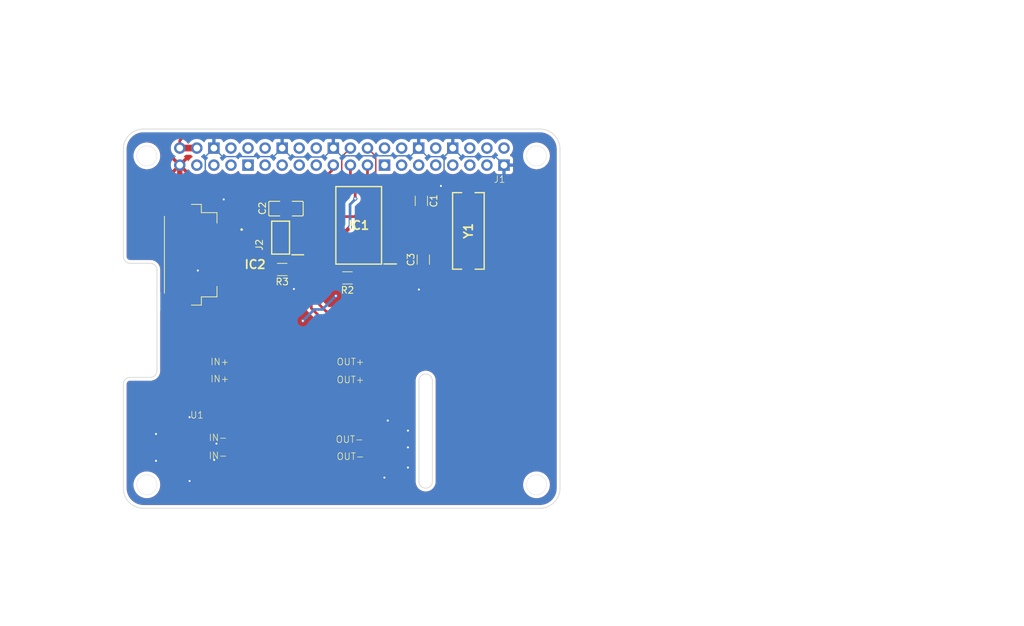
<source format=kicad_pcb>
(kicad_pcb (version 20241229) (generator "pcbnew") (generator_version "9.0")
  (layers (0 "F.Cu" signal) (2 "B.Cu" signal) (13 "F.Paste" user) (15 "B.Paste" user) (5 "F.SilkS" user "F.Silkscreen") (7 "B.SilkS" user "B.Silkscreen") (1 "F.Mask" user) (3 "B.Mask" user) (25 "Edge.Cuts" user))
  (net 0 "")
  (net 1 "+3.3V")
  (net 2 "GND")
  (net 3 "/P_CE0")
  (net 4 "/P25")
  (net 5 "/P_MISO")
  (net 6 "/P_SCK")
  (net 7 "/P_MOSI")
  (net 8 "/PI_CANL")
  (net 9 "/PI_CANH")
  (net 10 "/CAN_RXD")
  (net 11 "/CAN_TXD")
  (net 12 "/P_UART0_TX")
  (net 13 "/P_IO24")
  (net 14 "/P_CE1")
  (net 15 "/P_IO27")
  (net 16 "/P_IO6")
  (net 17 "/P_IO21")
  (net 18 "/P_IO13")
  (net 20 "/PI_SDA")
  (net 21 "/P_IO12")
  (net 22 "/P_IO26")
  (net 23 "+5V")
  (net 25 "/P_IO23")
  (net 26 "/P_IO5")
  (net 27 "/PI_SCL")
  (net 28 "/P_IO19")
  (net 29 "/P_IO4")
  (net 30 "/P_UART0_RX")
  (net 31 "/P_IO22")
  (net 33 "/P_IO16")
  (net 34 "/P_IO18")
  (net 36 "/P_IO20")
  (net 37 "/P_IO17")
  (net 39 "+12V")
  (net 44 "Net-(IC1-OSC2)")
  (net 47 "Net-(IC1-~{RESET})")
  (net 48 "Net-(IC1-OSC1)")
  (net 49 "Net-(IC2-RS)")
  (footprint "Capacitor_SMD:C_1206_3216Metric" (layer "F.Cu") (at 155.79 83.525 90)
    (property "Reference" "C3" (at 0 -1.85 90) (layer "F.SilkS"))
    (property "Value" "22pF")
    (fp_line (start -0.711252 -0.91) (end 0.711252 -0.91) (stroke (width 0.12)) (layer "F.SilkS"))
    (fp_line (start -0.711252 0.91) (end 0.711252 0.91) (stroke (width 0.12)) (layer "F.SilkS"))
    (pad "1" smd roundrect (at -1.475 0 90) (size 1.15 1.8) (layers "F.Cu" "F.Mask" "F.Paste") (roundrect_rratio 0.217391) (net 2 "GND"))
    (pad "2" smd roundrect (at 1.475 0 90) (size 1.15 1.8) (layers "F.Cu" "F.Mask" "F.Paste") (roundrect_rratio 0.217391) (net 44 "Net-(IC1-OSC2)"))
  )
  (footprint "CustomLibrary:SN65HVD230DR" (layer "F.Cu") (at 134.55 80.25 180)
    (property "Reference" "IC2" (at 3.8 -4 0) (layer "F.SilkS") (effects (font (size 1.27 1.27) (thickness 0.254))))
    (property "Value" "SN65HVD230DR" (hide yes))
    (fp_line (start 1.325 2.452) (end -1.325 2.452) (stroke (width 0.2)) (layer "F.SilkS"))
    (fp_line (start 1.325 -2.452) (end 1.325 2.452) (stroke (width 0.2)) (layer "F.SilkS"))
    (fp_line (start -1.325 2.452) (end -1.325 -2.452) (stroke (width 0.2)) (layer "F.SilkS"))
    (fp_line (start -1.325 -2.452) (end 1.325 -2.452) (stroke (width 0.2)) (layer "F.SilkS"))
    (fp_line (start -3.425 -2.555) (end -1.675 -2.555) (stroke (width 0.2)) (layer "F.SilkS"))
    (pad "1" smd rect (at -2.55 -1.905 270) (size 0.6 1.75) (layers "F.Cu" "F.Mask" "F.Paste") (net 11 "/CAN_TXD"))
    (pad "2" smd rect (at -2.55 -0.635 270) (size 0.6 1.75) (layers "F.Cu" "F.Mask" "F.Paste") (net 2 "GND"))
    (pad "3" smd rect (at -2.55 0.635 270) (size 0.6 1.75) (layers "F.Cu" "F.Mask" "F.Paste") (net 1 "+3.3V"))
    (pad "4" smd rect (at -2.55 1.905 270) (size 0.6 1.75) (layers "F.Cu" "F.Mask" "F.Paste") (net 10 "/CAN_RXD"))
    (pad "5" smd rect (at 2.55 1.905 270) (size 0.6 1.75) (layers "F.Cu" "F.Mask" "F.Paste"))
    (pad "6" smd rect (at 2.55 0.635 270) (size 0.6 1.75) (layers "F.Cu" "F.Mask" "F.Paste") (net 8 "/PI_CANL"))
    (pad "7" smd rect (at 2.55 -0.635 270) (size 0.6 1.75) (layers "F.Cu" "F.Mask" "F.Paste") (net 9 "/PI_CANH"))
    (pad "8" smd rect (at 2.55 -1.905 270) (size 0.6 1.75) (layers "F.Cu" "F.Mask" "F.Paste") (net 49 "Net-(IC2-RS)"))
  )
  (footprint "Capacitor_SMD:C_1206_3216Metric" (layer "F.Cu") (at 155.5 74.775 -90)
    (property "Reference" "C1" (at 0 -1.85 90) (layer "F.SilkS"))
    (property "Value" "22pF")
    (fp_line (start -0.711252 0.91) (end 0.711252 0.91) (stroke (width 0.12)) (layer "F.SilkS"))
    (fp_line (start -0.711252 -0.91) (end 0.711252 -0.91) (stroke (width 0.12)) (layer "F.SilkS"))
    (pad "1" smd roundrect (at -1.475 0 270) (size 1.15 1.8) (layers "F.Cu" "F.Mask" "F.Paste") (roundrect_rratio 0.217391) (net 2 "GND"))
    (pad "2" smd roundrect (at 1.475 0 270) (size 1.15 1.8) (layers "F.Cu" "F.Mask" "F.Paste") (roundrect_rratio 0.217391) (net 48 "Net-(IC1-OSC1)"))
  )
  (footprint "CustomLibrary:MCP2515T-ISO" (layer "F.Cu") (at 146.175 78.42 180)
    (property "Reference" "IC1" (at 0 0 0) (layer "F.SilkS") (effects (font (size 1.27 1.27) (thickness 0.254))))
    (property "Value" "MCP2515T-I_SO" (hide yes))
    (fp_line (start 3.4 5.775) (end -3.4 5.775) (stroke (width 0.2)) (layer "F.SilkS"))
    (fp_line (start 3.4 -5.775) (end 3.4 5.775) (stroke (width 0.2)) (layer "F.SilkS"))
    (fp_line (start -3.4 5.775) (end -3.4 -5.775) (stroke (width 0.2)) (layer "F.SilkS"))
    (fp_line (start -3.4 -5.775) (end 3.4 -5.775) (stroke (width 0.2)) (layer "F.SilkS"))
    (fp_line (start -5.6 -5.755) (end -3.75 -5.755) (stroke (width 0.2)) (layer "F.SilkS"))
    (pad "1" smd rect (at -4.675 -5.08 270) (size 0.65 1.85) (layers "F.Cu" "F.Mask" "F.Paste") (net 11 "/CAN_TXD"))
    (pad "2" smd rect (at -4.675 -3.81 270) (size 0.65 1.85) (layers "F.Cu" "F.Mask" "F.Paste") (net 10 "/CAN_RXD"))
    (pad "3" smd rect (at -4.675 -2.54 270) (size 0.65 1.85) (layers "F.Cu" "F.Mask" "F.Paste"))
    (pad "4" smd rect (at -4.675 -1.27 270) (size 0.65 1.85) (layers "F.Cu" "F.Mask" "F.Paste"))
    (pad "5" smd rect (at -4.675 0 270) (size 0.65 1.85) (layers "F.Cu" "F.Mask" "F.Paste"))
    (pad "6" smd rect (at -4.675 1.27 270) (size 0.65 1.85) (layers "F.Cu" "F.Mask" "F.Paste"))
    (pad "7" smd rect (at -4.675 2.54 270) (size 0.65 1.85) (layers "F.Cu" "F.Mask" "F.Paste") (net 44 "Net-(IC1-OSC2)"))
    (pad "8" smd rect (at -4.675 3.81 270) (size 0.65 1.85) (layers "F.Cu" "F.Mask" "F.Paste") (net 48 "Net-(IC1-OSC1)"))
    (pad "9" smd rect (at -4.675 5.08 270) (size 0.65 1.85) (layers "F.Cu" "F.Mask" "F.Paste") (net 2 "GND"))
    (pad "10" smd rect (at 4.675 5.08 270) (size 0.65 1.85) (layers "F.Cu" "F.Mask" "F.Paste"))
    (pad "11" smd rect (at 4.675 3.81 270) (size 0.65 1.85) (layers "F.Cu" "F.Mask" "F.Paste"))
    (pad "12" smd rect (at 4.675 2.54 270) (size 0.65 1.85) (layers "F.Cu" "F.Mask" "F.Paste") (net 4 "/P25"))
    (pad "13" smd rect (at 4.675 1.27 270) (size 0.65 1.85) (layers "F.Cu" "F.Mask" "F.Paste") (net 6 "/P_SCK"))
    (pad "14" smd rect (at 4.675 0 270) (size 0.65 1.85) (layers "F.Cu" "F.Mask" "F.Paste") (net 7 "/P_MOSI"))
    (pad "15" smd rect (at 4.675 -1.27 270) (size 0.65 1.85) (layers "F.Cu" "F.Mask" "F.Paste") (net 5 "/P_MISO"))
    (pad "16" smd rect (at 4.675 -2.54 270) (size 0.65 1.85) (layers "F.Cu" "F.Mask" "F.Paste") (net 3 "/P_CE0"))
    (pad "17" smd rect (at 4.675 -3.81 270) (size 0.65 1.85) (layers "F.Cu" "F.Mask" "F.Paste") (net 47 "Net-(IC1-~{RESET})"))
    (pad "18" smd rect (at 4.675 -5.08 270) (size 0.65 1.85) (layers "F.Cu" "F.Mask" "F.Paste") (net 1 "+3.3V"))
  )
  (footprint "CustomLibrary:HCM4912000000ABJT" (layer "F.Cu") (at 162.5 79.25 -90)
    (property "Reference" "Y1" (at 0 0 90) (layer "F.SilkS") (effects (font (size 1.27 1.27) (thickness 0.254))))
    (property "Value" "HCM4912000000ABJT" (hide yes))
    (fp_line (start -5.7 2.35) (end 5.7 2.35) (stroke (width 0.2)) (layer "F.SilkS"))
    (fp_line (start 5.7 2.35) (end 5.7 1) (stroke (width 0.2)) (layer "F.SilkS"))
    (fp_line (start -5.7 1) (end -5.7 2.35) (stroke (width 0.2)) (layer "F.SilkS"))
    (fp_line (start -5.7 -1) (end -5.7 -2.35) (stroke (width 0.2)) (layer "F.SilkS"))
    (fp_line (start -5.7 -2.35) (end -5.7 -2.35) (stroke (width 0.2)) (layer "F.SilkS"))
    (fp_line (start -5.7 -2.35) (end 5.7 -2.35) (stroke (width 0.2)) (layer "F.SilkS"))
    (fp_line (start 5.7 -2.35) (end 5.7 -1) (stroke (width 0.2)) (layer "F.SilkS"))
    (pad "1" smd rect (at -4.25 0) (size 1.5 5.5) (layers "F.Cu" "F.Mask" "F.Paste"))
    (pad "2" smd rect (at 4.25 0) (size 1.5 5.5) (layers "F.Cu" "F.Mask" "F.Paste") (net 44 "Net-(IC1-OSC2)"))
  )
  (footprint "easyeda2kicad:C1206" (layer "F.Cu") (at 135.35 75.93 180)
    (property "Reference" "C2" (at 3.51 0.04 90) (layer "F.SilkS"))
    (property "Value" "22uF" (hide yes))
    (fp_line (start 2.56 0.94) (end 2.56 -0.94) (stroke (width 0.15)) (layer "F.SilkS"))
    (fp_line (start 2.41 -1.09) (end 0.93 -1.09) (stroke (width 0.15)) (layer "F.SilkS"))
    (fp_line (start 0.93 1.09) (end 2.41 1.09) (stroke (width 0.15)) (layer "F.SilkS"))
    (fp_line (start -0.93 1.09) (end -2.41 1.09) (stroke (width 0.15)) (layer "F.SilkS"))
    (fp_line (start -2.41 -1.09) (end -0.93 -1.09) (stroke (width 0.15)) (layer "F.SilkS"))
    (fp_line (start -2.56 0.94) (end -2.56 -0.94) (stroke (width 0.15)) (layer "F.SilkS"))
    (fp_arc (start 2.56 0.94) (mid 2.516066 1.046066) (end 2.41 1.09) (stroke (width 0.15)) (layer "F.SilkS"))
    (fp_arc (start 2.41 -1.09) (mid 2.516066 -1.046066) (end 2.56 -0.94) (stroke (width 0.15)) (layer "F.SilkS"))
    (fp_arc (start -2.41 1.09) (mid -2.516066 1.046066) (end -2.56 0.94) (stroke (width 0.15)) (layer "F.SilkS"))
    (fp_arc (start -2.56 -0.94) (mid -2.516066 -1.046066) (end -2.41 -1.09) (stroke (width 0.15)) (layer "F.SilkS"))
    (pad "1" smd rect (at -1.59 0 180) (size 1.49 1.73) (layers "F.Cu" "F.Mask" "F.Paste") (net 1 "+3.3V"))
    (pad "2" smd rect (at 1.59 0 180) (size 1.49 1.73) (layers "F.Cu" "F.Mask" "F.Paste") (net 2 "GND"))
  )
  (footprint "Module:RPI_Hat_B+" (layer "F.Cu") (at 143.64 68.07)
    (property "Reference" "J1" (at 23.5 3.5 0) (layer "F.SilkS") (effects (font (thickness 0.1))))
    (property "Value" "RPi_GPIO")
    (fp_line (start -32.5 -1) (end -32.5 15) (stroke (width 0.1)) (layer "Edge.Cuts"))
    (fp_line (start -32.5 34) (end -32.5 49.5) (stroke (width 0.1)) (layer "Edge.Cuts"))
    (fp_line (start -31.5 16) (end -28.5 16) (stroke (width 0.1)) (layer "Edge.Cuts"))
    (fp_line (start -31.5 33) (end -28.5 33) (stroke (width 0.1)) (layer "Edge.Cuts"))
    (fp_line (start -29.5 -4) (end 29.5 -4) (stroke (width 0.1)) (layer "Edge.Cuts"))
    (fp_line (start -29.5 52.5) (end 29.5 52.5) (stroke (width 0.1)) (layer "Edge.Cuts"))
    (fp_line (start -27.5 17) (end -27.5 32) (stroke (width 0.1)) (layer "Edge.Cuts"))
    (fp_line (start 11.5 33.5) (end 11.5 48.5) (stroke (width 0.1)) (layer "Edge.Cuts"))
    (fp_line (start 13.5 33.5) (end 13.5 48.5) (stroke (width 0.1)) (layer "Edge.Cuts"))
    (fp_line (start 32.5 -1) (end 32.5 49.5) (stroke (width 0.1)) (layer "Edge.Cuts"))
    (fp_arc (start -32.5 -1) (mid -31.62132 -3.12132) (end -29.5 -4) (stroke (width 0.1)) (layer "Edge.Cuts"))
    (fp_arc (start -32.5 34) (mid -32.207107 33.292893) (end -31.5 33) (stroke (width 0.1)) (layer "Edge.Cuts"))
    (fp_arc (start -31.5 16) (mid -32.207107 15.707107) (end -32.5 15) (stroke (width 0.1)) (layer "Edge.Cuts"))
    (fp_arc (start -29.5 52.5) (mid -31.62132 51.62132) (end -32.5 49.5) (stroke (width 0.1)) (layer "Edge.Cuts"))
    (fp_arc (start -28.5 16) (mid -27.792893 16.292893) (end -27.5 17) (stroke (width 0.1)) (layer "Edge.Cuts"))
    (fp_arc (start -27.5 32) (mid -27.792893 32.707107) (end -28.5 33) (stroke (width 0.1)) (layer "Edge.Cuts"))
    (fp_arc (start 11.5 33.5) (mid 12.5 32.5) (end 13.5 33.5) (stroke (width 0.1)) (layer "Edge.Cuts"))
    (fp_arc (start 13.5 48.5) (mid 12.5 49.5) (end 11.5 48.5) (stroke (width 0.1)) (layer "Edge.Cuts"))
    (fp_arc (start 29.5 -4) (mid 31.62132 -3.12132) (end 32.5 -1) (stroke (width 0.1)) (layer "Edge.Cuts"))
    (fp_arc (start 32.5 49.5) (mid 31.62132 51.62132) (end 29.5 52.5) (stroke (width 0.1)) (layer "Edge.Cuts"))
    (fp_circle (center -29 0) (end -30.500001 -0.000001) (stroke (width 0.05)) (fill no) (layer "Edge.Cuts"))
    (fp_circle (center -29 49) (end -30.500001 49.000001) (stroke (width 0.05)) (fill no) (layer "Edge.Cuts"))
    (fp_circle (center 29 0) (end 30.500001 -0.000001) (stroke (width 0.05)) (fill no) (layer "Edge.Cuts"))
    (fp_circle (center 29 49) (end 30.500001 49.000001) (stroke (width 0.05)) (fill no) (layer "Edge.Cuts"))
    (pad "1" thru_hole circle (at -24.1 1.378 90) (size 1.7 1.7) (drill 1) (layers "*.Cu" "*.Mask") (net 1 "+3.3V"))
    (pad "2" thru_hole oval (at -24.1 -1.162 90) (size 1.7 1.7) (drill 1) (layers "*.Cu" "*.Mask") (net 23 "+5V"))
    (pad "3" thru_hole oval (at -21.56 1.378 90) (size 1.7 1.7) (drill 1) (layers "*.Cu" "*.Mask") (net 20 "/PI_SDA"))
    (pad "4" thru_hole oval (at -21.56 -1.162 90) (size 1.7 1.7) (drill 1) (layers "*.Cu" "*.Mask") (net 23 "+5V"))
    (pad "5" thru_hole oval (at -19.02 1.378 90) (size 1.7 1.7) (drill 1) (layers "*.Cu" "*.Mask") (net 27 "/PI_SCL"))
    (pad "6" thru_hole rect (at -19.02 -1.162 90) (size 1.7 1.7) (drill 1) (layers "*.Cu" "*.Mask") (net 2 "GND"))
    (pad "7" thru_hole oval (at -16.48 1.378 90) (size 1.7 1.7) (drill 1) (layers "*.Cu" "*.Mask") (net 29 "/P_IO4"))
    (pad "8" thru_hole oval (at -16.48 -1.162 90) (size 1.7 1.7) (drill 1) (layers "*.Cu" "*.Mask") (net 12 "/P_UART0_TX"))
    (pad "9" thru_hole rect (at -13.94 1.378 90) (size 1.7 1.7) (drill 1) (layers "*.Cu" "*.Mask"))
    (pad "10" thru_hole oval (at -13.94 -1.162 90) (size 1.7 1.7) (drill 1) (layers "*.Cu" "*.Mask") (net 30 "/P_UART0_RX"))
    (pad "11" thru_hole oval (at -11.4 1.378 90) (size 1.7 1.7) (drill 1) (layers "*.Cu" "*.Mask") (net 37 "/P_IO17"))
    (pad "12" thru_hole oval (at -11.4 -1.162 90) (size 1.7 1.7) (drill 1) (layers "*.Cu" "*.Mask") (net 34 "/P_IO18"))
    (pad "13" thru_hole oval (at -8.86 1.378 90) (size 1.7 1.7) (drill 1) (layers "*.Cu" "*.Mask") (net 15 "/P_IO27"))
    (pad "14" thru_hole rect (at -8.86 -1.162 90) (size 1.7 1.7) (drill 1) (layers "*.Cu" "*.Mask") (net 2 "GND"))
    (pad "15" thru_hole oval (at -6.32 1.378 90) (size 1.7 1.7) (drill 1) (layers "*.Cu" "*.Mask") (net 31 "/P_IO22"))
    (pad "16" thru_hole oval (at -6.32 -1.162 90) (size 1.7 1.7) (drill 1) (layers "*.Cu" "*.Mask") (net 25 "/P_IO23"))
    (pad "17" thru_hole oval (at -3.78 1.378 90) (size 1.7 1.7) (drill 1) (layers "*.Cu" "*.Mask"))
    (pad "18" thru_hole oval (at -3.78 -1.162 90) (size 1.7 1.7) (drill 1) (layers "*.Cu" "*.Mask") (net 13 "/P_IO24"))
    (pad "19" thru_hole oval (at -1.24 1.378 90) (size 1.7 1.7) (drill 1) (layers "*.Cu" "*.Mask") (net 7 "/P_MOSI"))
    (pad "20" thru_hole rect (at -1.24 -1.162 90) (size 1.7 1.7) (drill 1) (layers "*.Cu" "*.Mask") (net 2 "GND"))
    (pad "21" thru_hole oval (at 1.3 1.378 90) (size 1.7 1.7) (drill 1) (layers "*.Cu" "*.Mask") (net 5 "/P_MISO"))
    (pad "22" thru_hole oval (at 1.3 -1.162 90) (size 1.7 1.7) (drill 1) (layers "*.Cu" "*.Mask") (net 4 "/P25"))
    (pad "23" thru_hole oval (at 3.84 1.378 90) (size 1.7 1.7) (drill 1) (layers "*.Cu" "*.Mask") (net 6 "/P_SCK"))
    (pad "24" thru_hole oval (at 3.84 -1.162 90) (size 1.7 1.7) (drill 1) (layers "*.Cu" "*.Mask") (net 3 "/P_CE0"))
    (pad "25" thru_hole rect (at 6.38 1.378 90) (size 1.7 1.7) (drill 1) (layers "*.Cu" "*.Mask"))
    (pad "26" thru_hole oval (at 6.38 -1.162 90) (size 1.7 1.7) (drill 1) (layers "*.Cu" "*.Mask") (net 14 "/P_CE1"))
    (pad "27" thru_hole oval (at 8.92 1.378 90) (size 1.7 1.7) (drill 1) (layers "*.Cu" "*.Mask"))
    (pad "28" thru_hole oval (at 8.92 -1.162 90) (size 1.7 1.7) (drill 1) (layers "*.Cu" "*.Mask"))
    (pad "29" thru_hole oval (at 11.46 1.378 90) (size 1.7 1.7) (drill 1) (layers "*.Cu" "*.Mask") (net 26 "/P_IO5"))
    (pad "30" thru_hole rect (at 11.46 -1.162 90) (size 1.7 1.7) (drill 1) (layers "*.Cu" "*.Mask") (net 2 "GND"))
    (pad "31" thru_hole oval (at 14 1.378 90) (size 1.7 1.7) (drill 1) (layers "*.Cu" "*.Mask") (net 16 "/P_IO6"))
    (pad "32" thru_hole oval (at 14 -1.162 90) (size 1.7 1.7) (drill 1) (layers "*.Cu" "*.Mask") (net 21 "/P_IO12"))
    (pad "33" thru_hole oval (at 16.54 1.378 90) (size 1.7 1.7) (drill 1) (layers "*.Cu" "*.Mask") (net 18 "/P_IO13"))
    (pad "34" thru_hole rect (at 16.54 -1.162 90) (size 1.7 1.7) (drill 1) (layers "*.Cu" "*.Mask") (net 2 "GND"))
    (pad "35" thru_hole oval (at 19.08 1.378 90) (size 1.7 1.7) (drill 1) (layers "*.Cu" "*.Mask") (net 28 "/P_IO19"))
    (pad "36" thru_hole oval (at 19.08 -1.162 90) (size 1.7 1.7) (drill 1) (layers "*.Cu" "*.Mask") (net 33 "/P_IO16"))
    (pad "37" thru_hole oval (at 21.62 1.378 90) (size 1.7 1.7) (drill 1) (layers "*.Cu" "*.Mask") (net 22 "/P_IO26"))
    (pad "38" thru_hole oval (at 21.62 -1.162 90) (size 1.7 1.7) (drill 1) (layers "*.Cu" "*.Mask") (net 36 "/P_IO20"))
    (pad "39" thru_hole rect (at 24.16 1.378 90) (size 1.7 1.7) (drill 1) (layers "*.Cu" "*.Mask") (net 2 "GND"))
    (pad "40" thru_hole oval (at 24.16 -1.162 90) (size 1.7 1.7) (drill 1) (layers "*.Cu" "*.Mask") (net 17 "/P_IO21"))
  )
  (footprint "Connector_JST:JST_S4B-XH-SM4-TB" (layer "F.Cu") (at 119 82.8 -90)
    (property "Reference" "J2" (at -1.475 -12.385 90) (layer "F.SilkS"))
    (property "Value" "S4B-XH-SM4-TB")
    (fp_line (start -5.73 1.75) (end 5.73 1.75) (stroke (width 0.127)) (layer "F.SilkS"))
    (fp_line (start -7.5 -2.27) (end -7.5 -3.75) (stroke (width 0.127)) (layer "F.SilkS"))
    (fp_line (start -7.5 -3.75) (end -6.275 -3.75) (stroke (width 0.127)) (layer "F.SilkS"))
    (fp_line (start -6.275 -3.75) (end -6.275 -6.08) (stroke (width 0.127)) (layer "F.SilkS"))
    (fp_line (start 6.275 -3.75) (end 7.5 -3.75) (stroke (width 0.127)) (layer "F.SilkS"))
    (fp_line (start 7.5 -3.75) (end 7.5 -2.27) (stroke (width 0.127)) (layer "F.SilkS"))
    (fp_line (start -6.275 -6.08) (end -4.72 -6.08) (stroke (width 0.127)) (layer "F.SilkS"))
    (fp_line (start 4.72 -6.08) (end 6.275 -6.08) (stroke (width 0.127)) (layer "F.SilkS"))
    (fp_line (start 6.275 -6.08) (end 6.275 -3.75) (stroke (width 0.127)) (layer "F.SilkS"))
    (fp_circle (center -3.75 -9.75) (end -3.65 -9.75) (stroke (width 0.2)) (fill no) (layer "F.SilkS"))
    (pad "1" smd rect (at -3.75 -6.8 270) (size 1.3 4.5) (layers "F.Cu" "F.Mask" "F.Paste") (net 8 "/PI_CANL"))
    (pad "2" smd rect (at -1.25 -6.8 270) (size 1.3 4.5) (layers "F.Cu" "F.Mask" "F.Paste") (net 9 "/PI_CANH"))
    (pad "3" smd rect (at 1.25 -6.8 270) (size 1.3 4.5) (layers "F.Cu" "F.Mask" "F.Paste") (net 2 "GND"))
    (pad "4" smd rect (at 3.75 -6.8 270) (size 1.3 4.5) (layers "F.Cu" "F.Mask" "F.Paste") (net 39 "+12V"))
    (pad "SH1" smd rect (at -6.95 0 270) (size 1.8 3.9) (layers "F.Cu" "F.Mask" "F.Paste"))
    (pad "SH2" smd rect (at 6.95 0 270) (size 1.8 3.9) (layers "F.Cu" "F.Mask" "F.Paste"))
  )
  (footprint "Resistor_SMD:R_1206_3216Metric" (layer "F.Cu") (at 134.7875 85 180)
    (property "Reference" "R3" (at 0 -1.83 0) (layer "F.SilkS"))
    (property "Value" "1k")
    (fp_line (start -0.727064 0.91) (end 0.727064 0.91) (stroke (width 0.12)) (layer "F.SilkS"))
    (fp_line (start -0.727064 -0.91) (end 0.727064 -0.91) (stroke (width 0.12)) (layer "F.SilkS"))
    (pad "1" smd roundrect (at -1.4625 0 180) (size 1.125 1.75) (layers "F.Cu" "F.Mask" "F.Paste") (roundrect_rratio 0.222222) (net 2 "GND"))
    (pad "2" smd roundrect (at 1.4625 0 180) (size 1.125 1.75) (layers "F.Cu" "F.Mask" "F.Paste") (roundrect_rratio 0.222222) (net 49 "Net-(IC2-RS)"))
  )
  (footprint "Converter_DCDC:AmazonBuckConverter" (layer "F.Cu") (at 122.26 117.88)
    (property "Reference" "U1" (at -0.17 -11.2 0) (layer "F.SilkS") (effects (font (thickness 0.1))))
    (property "Value" "Amazon Buck Converter")
    (fp_text user "OUT+" (at 20.574 -15.875 0) (layer "F.SilkS") (effects (font (thickness 0.1)) (justify left bottom)))
    (fp_text user "OUT-" (at 20.447 -6.985 0) (layer "F.SilkS") (effects (font (thickness 0.1)) (justify left bottom)))
    (fp_text user "IN-" (at 1.524 -4.572 0) (layer "F.SilkS") (effects (font (thickness 0.1)) (justify left bottom)))
    (fp_text user "IN+" (at 1.778 -16.002 0) (layer "F.SilkS") (effects (font (thickness 0.1)) (justify left bottom)))
    (fp_text user "OUT-" (at 20.574 -4.445 0) (layer "F.SilkS") (effects (font (thickness 0.1)) (justify left bottom)))
    (fp_text user "IN+" (at 1.778 -18.542 0) (layer "F.SilkS") (effects (font (thickness 0.1)) (justify left bottom)))
    (fp_text user "OUT+" (at 20.574 -18.542 0) (layer "F.SilkS") (effects (font (thickness 0.1)) (justify left bottom)))
    (fp_text user "IN-" (at 1.524 -7.239 0) (layer "F.SilkS") (effects (font (thickness 0.1)) (justify left bottom)))
    (pad "1" smd oval (at -2.54 -19.08 90) (size 2 3) (layers "F.Cu" "F.Mask" "F.Paste") (net 39 "+12V"))
    (pad "1" smd oval (at -2.54 -16.54 90) (size 2 3) (layers "F.Cu" "F.Mask" "F.Paste") (net 39 "+12V"))
    (pad "1" smd circle (at 0 -19.08 90) (size 2 2) (layers "F.Cu" "F.Mask" "F.Paste") (net 39 "+12V"))
    (pad "1" smd circle (at 0 -16.54 90) (size 2 2) (layers "F.Cu" "F.Mask" "F.Paste") (net 39 "+12V"))
    (pad "2" smd oval (at -2.54 -7.62 90) (size 2 3) (layers "F.Cu" "F.Mask" "F.Paste") (net 2 "GND"))
    (pad "2" smd oval (at -2.54 -5.08 90) (size 2 3) (layers "F.Cu" "F.Mask" "F.Paste") (net 2 "GND"))
    (pad "2" smd circle (at 0 -7.62 90) (size 2 2) (layers "F.Cu" "F.Mask" "F.Paste") (net 2 "GND"))
    (pad "2" smd circle (at 0 -5.08 90) (size 2 2) (layers "F.Cu" "F.Mask" "F.Paste") (net 2 "GND"))
    (pad "3" smd circle (at 26 -7.62 90) (size 2 2) (layers "F.Cu" "F.Mask" "F.Paste") (net 2 "GND"))
    (pad "3" smd circle (at 26 -5.08 90) (size 2 2) (layers "F.Cu" "F.Mask" "F.Paste") (net 2 "GND"))
    (pad "3" smd oval (at 28.54 -7.62 90) (size 2 3) (layers "F.Cu" "F.Mask" "F.Paste") (net 2 "GND"))
    (pad "3" smd oval (at 28.54 -5.08 90) (size 2 3) (layers "F.Cu" "F.Mask" "F.Paste") (net 2 "GND"))
    (pad "4" smd circle (at 26 -19.08 90) (size 2 2) (layers "F.Cu" "F.Mask" "F.Paste") (net 23 "+5V"))
    (pad "4" smd circle (at 26 -16.54 90) (size 2 2) (layers "F.Cu" "F.Mask" "F.Paste") (net 23 "+5V"))
    (pad "4" smd oval (at 28.54 -19.08 90) (size 2 3) (layers "F.Cu" "F.Mask" "F.Paste") (net 23 "+5V"))
    (pad "4" smd oval (at 28.54 -16.54 90) (size 2 3) (layers "F.Cu" "F.Mask" "F.Paste") (net 23 "+5V"))
  )
  (footprint "Resistor_SMD:R_1206_3216Metric" (layer "F.Cu") (at 144.5 86.25 180)
    (property "Reference" "R2" (at 0 -1.83 0) (layer "F.SilkS"))
    (property "Value" "10k")
    (fp_line (start -0.727064 0.91) (end 0.727064 0.91) (stroke (width 0.12)) (layer "F.SilkS"))
    (fp_line (start -0.727064 -0.91) (end 0.727064 -0.91) (stroke (width 0.12)) (layer "F.SilkS"))
    (pad "1" smd roundrect (at -1.4625 0 180) (size 1.125 1.75) (layers "F.Cu" "F.Mask" "F.Paste") (roundrect_rratio 0.222222) (net 47 "Net-(IC1-~{RESET})"))
    (pad "2" smd roundrect (at 1.4625 0 180) (size 1.125 1.75) (layers "F.Cu" "F.Mask" "F.Paste") (roundrect_rratio 0.222222) (net 1 "+3.3V"))
  )
  (segment (start 119.54 70.97) (end 120.86 72.29) (width 0.8) (layer "F.Cu") (net 1))
  (segment (start 120.86 72.29) (end 134.54 72.29) (width 0.8) (layer "F.Cu") (net 1))
  (segment (start 134.76 90.72) (end 134.76 80.48) (width 0.3) (layer "F.Cu") (net 1))
  (segment (start 143.12 88.59) (end 143.12 86.15) (width 0.8) (layer "F.Cu") (net 1))
  (segment (start 135.92 75.93) (end 136.94 75.93) (width 0.4) (layer "F.Cu") (net 1))
  (segment (start 141.54 85.44) (end 142.25 86.15) (width 0.4) (layer "F.Cu") (net 1))
  (segment (start 142.25 86.15) (end 143.12 86.15) (width 0.4) (layer "F.Cu") (net 1))
  (segment (start 142.78 88.93) (end 143.12 88.59) (width 0.8) (layer "F.Cu") (net 1))
  (segment (start 135.58 79.66) (end 137.71 79.66) (width 0.3) (layer "F.Cu") (net 1))
  (segment (start 135.57 79.31) (end 135.57 76.28) (width 0.4) (layer "F.Cu") (net 1))
  (segment (start 141.54 83.47) (end 141.54 85.44) (width 0.4) (layer "F.Cu") (net 1))
  (segment (start 135.57 76.28) (end 135.92 75.93) (width 0.4) (layer "F.Cu") (net 1))
  (segment (start 134.54 72.29) (end 136.94 74.69) (width 0.8) (layer "F.Cu") (net 1))
  (segment (start 119.54 69.448) (end 119.54 70.97) (width 0.8) (layer "F.Cu") (net 1))
  (segment (start 134.76 80.48) (end 135.58 79.66) (width 0.3) (layer "F.Cu") (net 1))
  (segment (start 137.86 92.65) (end 136.69 92.65) (width 0.3) (layer "F.Cu") (net 1))
  (segment (start 137.71 79.66) (end 135.92 79.66) (width 0.4) (layer "F.Cu") (net 1))
  (segment (start 136.94 74.69) (end 136.94 75.93) (width 0.8) (layer "F.Cu") (net 1))
  (segment (start 135.92 79.66) (end 135.57 79.31) (width 0.4) (layer "F.Cu") (net 1))
  (segment (start 136.69 92.65) (end 134.76 90.72) (width 0.3) (layer "F.Cu") (net 1))
  (via (at 137.86 92.65) (size 0.6) (drill 0.3) (layers "F.Cu" "B.Cu") (net 1))
  (via (at 142.78 88.93) (size 0.6) (drill 0.3) (layers "F.Cu" "B.Cu") (net 1))
  (segment (start 139.56 90.95) (end 140.76 90.95) (width 0.4) (layer "B.Cu") (net 1))
  (segment (start 140.76 90.95) (end 142.78 88.93) (width 0.4) (layer "B.Cu") (net 1))
  (segment (start 137.86 92.65) (end 139.56 90.95) (width 0.4) (layer "B.Cu") (net 1))
  (segment (start 152.18 110.32) (end 153.5 109) (width 0.5) (layer "F.Cu") (net 2))
  (segment (start 123.26 84.12) (end 123.015 84.365) (width 0.4) (layer "F.Cu") (net 2))
  (segment (start 150.87 110.32) (end 152.18 110.32) (width 0.5) (layer "F.Cu") (net 2))
  (segment (start 155.67 73.24) (end 157.72 73.24) (width 0.2) (layer "F.Cu") (net 2))
  (segment (start 135.8925 84.9625) (end 136.55 84.9625) (width 0.3) (layer "F.Cu") (net 2))
  (segment (start 133.76 75.93) (end 129.42 75.93) (width 0.4) (layer "F.Cu") (net 2))
  (segment (start 122.33 110.32) (end 124.38 110.32) (width 0.2) (layer "F.Cu") (net 2))
  (segment (start 150.87 112.86) (end 148.33 112.86) (width 0.2) (layer "F.Cu") (net 2))
  (segment (start 116.82 110.32) (end 116 109.5) (width 0.5) (layer "F.Cu") (net 2))
  (segment (start 155.13 87.98) (end 155.24 87.98) (width 0.2) (layer "F.Cu") (net 2))
  (segment (start 126.61 84.12) (end 123.51 84.12) (width 0.4) (layer "F.Cu") (net 2))
  (segment (start 150.87 107.87) (end 150.5 107.5) (width 0.5) (layer "F.Cu") (net 2))
  (segment (start 129.42 75.93) (end 128.05 74.56) (width 0.4) (layer "F.Cu") (net 2))
  (segment (start 122.33 110.32) (end 119.79 110.32) (width 0.2) (layer "F.Cu") (net 2))
  (segment (start 122.33 112.86) (end 124.16 112.86) (width 0.2) (layer "F.Cu") (net 2))
  (segment (start 151.14 73.31) (end 155.6 73.31) (width 0.4) (layer "F.Cu") (net 2))
  (segment (start 123.015 84.365) (end 122.23 85.15) (width 0.4) (layer "F.Cu") (net 2))
  (segment (start 123.51 84.12) (end 123.26 84.12) (width 0.4) (layer "F.Cu") (net 2))
  (segment (start 157.72 73.24) (end 158.41 72.55) (width 0.2) (layer "F.Cu") (net 2))
  (segment (start 155.79 85.12) (end 155.76 85.09) (width 0.2) (layer "F.Cu") (net 2))
  (segment (start 119.79 110.32) (end 119.79 108.21) (width 0.5) (layer "F.Cu") (net 2))
  (segment (start 152.32 110.32) (end 153.5 111.5) (width 0.5) (layer "F.Cu") (net 2))
  (segment (start 137.71 80.92) (end 135.91 80.92) (width 0.3) (layer "F.Cu") (net 2))
  (segment (start 122.33 112.86) (end 119.79 112.86) (width 0.2) (layer "F.Cu") (net 2))
  (segment (start 124.38 110.32) (end 125 110.94) (width 0.2) (layer "F.Cu") (net 2))
  (segment (start 135.91 80.92) (end 135.7 81.13) (width 0.3) (layer "F.Cu") (net 2))
  (segment (start 151.86 112.86) (end 153.5 114.5) (width 0.5) (layer "F.Cu") (net 2))
  (segment (start 116.64 112.86) (end 116 113.5) (width 0.5) (layer "F.Cu") (net 2))
  (segment (start 155.79 87.43) (end 155.79 85.12) (width 0.5) (layer "F.Cu") (net 2))
  (segment (start 136.55 87.88) (end 136.53 87.9) (width 0.2) (layer "F.Cu") (net 2))
  (segment (start 150.87 110.32) (end 152.32 110.32) (width 0.5) (layer "F.Cu") (net 2))
  (segment (start 135.7 84.77) (end 135.8925 84.9625) (width 0.3) (layer "F.Cu") (net 2))
  (segment (start 155.24 87.98) (end 155.79 87.43) (width 0.5) (layer "F.Cu") (net 2))
  (segment (start 119.79 110.32) (end 116.82 110.32) (width 0.5) (layer "F.Cu") (net 2))
  (segment (start 119.79 108.21) (end 121 107) (width 0.5) (layer "F.Cu") (net 2))
  (segment (start 150.87 110.32) (end 148.33 110.32) (width 0.2) (layer "F.Cu") (net 2))
  (segment (start 124.16 112.86) (end 124.66 113.36) (width 0.2) (layer "F.Cu") (net 2))
  (segment (start 128.05 74.56) (end 126.08 74.56) (width 0.4) (layer "F.Cu") (net 2))
  (segment (start 155.6 73.31) (end 155.67 73.24) (width 0.2) (layer "F.Cu") (net 2))
  (segment (start 119.79 112.86) (end 119.79 115.29) (width 0.5) (layer "F.Cu") (net 2))
  (segment (start 150.87 112.86) (end 150.87 115.13) (width 0.5) (layer "F.Cu") (net 2))
  (segment (start 150.87 115.13) (end 150 116) (width 0.5) (layer "F.Cu") (net 2))
  (segment (start 119.79 115.29) (end 121 116.5) (width 0.5) (layer "F.Cu") (net 2))
  (segment (start 119.79 112.86) (end 116.64 112.86) (width 0.5) (layer "F.Cu") (net 2))
  (segment (start 136.55 84.9625) (end 136.55 87.88) (width 0.5) (layer "F.Cu") (net 2))
  (segment (start 135.7 81.13) (end 135.7 84.77) (width 0.3) (layer "F.Cu") (net 2))
  (segment (start 150.87 112.86) (end 151.86 112.86) (width 0.5) (layer "F.Cu") (net 2))
  (segment (start 150.87 110.32) (end 150.87 107.87) (width 0.5) (layer "F.Cu") (net 2))
  (via (at 122.23 85.15) (size 0.6) (drill 0.3) (layers "F.Cu" "B.Cu") (net 2))
  (via (at 150.5 107.5) (size 0.6) (drill 0.3) (layers "F.Cu" "B.Cu") (net 2))
  (via (at 116 109.5) (size 0.6) (drill 0.3) (layers "F.Cu" "B.Cu") (net 2))
  (via (at 124.66 113.36) (size 0.6) (drill 0.3) (layers "F.Cu" "B.Cu") (net 2))
  (via (at 158.41 72.55) (size 0.6) (drill 0.3) (layers "F.Cu" "B.Cu") (net 2))
  (via (at 126.08 74.56) (size 0.6) (drill 0.3) (layers "F.Cu" "B.Cu") (net 2))
  (via (at 153.5 114.5) (size 0.6) (drill 0.3) (layers "F.Cu" "B.Cu") (net 2))
  (via (at 136.53 87.9) (size 0.6) (drill 0.3) (layers "F.Cu" "B.Cu") (net 2))
  (via (at 153.5 111.5) (size 0.6) (drill 0.3) (layers "F.Cu" "B.Cu") (net 2))
  (via (at 121 116.5) (size 0.6) (drill 0.3) (layers "F.Cu" "B.Cu") (net 2))
  (via (at 121 107) (size 0.6) (drill 0.3) (layers "F.Cu" "B.Cu") (net 2))
  (via (at 153.5 109) (size 0.6) (drill 0.3) (layers "F.Cu" "B.Cu") (net 2))
  (via (at 155.13 87.98) (size 0.6) (drill 0.3) (layers "F.Cu" "B.Cu") (net 2))
  (via (at 116 113.5) (size 0.6) (drill 0.3) (layers "F.Cu" "B.Cu") (net 2))
  (via (at 150 116) (size 0.6) (drill 0.3) (layers "F.Cu" "B.Cu") (net 2))
  (via (at 125 110.94) (size 0.6) (drill 0.3) (layers "F.Cu" "B.Cu") (net 2))
  (segment (start 124.62 66.908) (end 125.892 68.18) (width 0.2) (layer "B.Cu") (net 2))
  (segment (start 158.898 68.19) (end 160.18 66.908) (width 0.2) (layer "B.Cu") (net 2))
  (segment (start 134.78 66.908) (end 136.112 68.24) (width 0.2) (layer "B.Cu") (net 2))
  (segment (start 153.949 68.059) (end 155.1 66.908) (width 0.2) (layer "B.Cu") (net 2))
  (segment (start 143.551 68.059) (end 153.949 68.059) (width 0.2) (layer "B.Cu") (net 2))
  (segment (start 142.4 66.908) (end 143.551 68.059) (width 0.2) (layer "B.Cu") (net 2))
  (segment (start 155.1 66.908) (end 156.382 68.19) (width 0.2) (layer "B.Cu") (net 2))
  (segment (start 141.068 68.24) (end 142.4 66.908) (width 0.2) (layer "B.Cu") (net 2))
  (segment (start 161.462 68.19) (end 166.542 68.19) (width 0.2) (layer "B.Cu") (net 2))
  (segment (start 136.112 68.24) (end 141.068 68.24) (width 0.2) (layer "B.Cu") (net 2))
  (segment (start 158.88 72.08) (end 158.41 72.55) (width 0.2) (layer "B.Cu") (net 2))
  (segment (start 124.62 66.908) (end 123.34 68.188) (width 0.2) (layer "B.Cu") (net 2))
  (segment (start 160.18 66.908) (end 158.88 68.208) (width 0.2) (layer "B.Cu") (net 2))
  (segment (start 133.508 68.18) (end 134.78 66.908) (width 0.2) (layer "B.Cu") (net 2))
  (segment (start 166.542 68.19) (end 167.8 69.448) (width 0.2) (layer "B.Cu") (net 2))
  (segment (start 125.892 68.18) (end 133.508 68.18) (width 0.2) (layer "B.Cu") (net 2))
  (segment (start 160.18 66.908) (end 161.462 68.19) (width 0.2) (layer "B.Cu") (net 2))
  (segment (start 123.34 71.82) (end 126.08 74.56) (width 0.2) (layer "B.Cu") (net 2))
  (segment (start 123.34 68.188) (end 123.34 71.82) (width 0.2) (layer "B.Cu") (net 2))
  (segment (start 156.382 68.19) (end 158.898 68.19) (width 0.2) (layer "B.Cu") (net 2))
  (segment (start 158.88 68.208) (end 158.88 72.08) (width 0.2) (layer "B.Cu") (net 2))
  (segment (start 148.72 78.358) (end 148.72 68.148) (width 0.2) (layer "F.Cu") (net 3))
  (segment (start 146.27 80.93) (end 148.781 78.419) (width 0.5) (layer "F.Cu") (net 3))
  (segment (start 141.54 80.93) (end 146.27 80.93) (width 0.5) (layer "F.Cu") (net 3))
  (segment (start 148.72 68.148) (end 147.48 66.908) (width 0.2) (layer "F.Cu") (net 3))
  (segment (start 148.781 78.419) (end 148.72 78.358) (width 0.2) (layer "F.Cu") (net 3))
  (segment (start 143.639 75.281) (end 143.639 74.711108) (width 0.5) (layer "F.Cu") (net 4))
  (segment (start 141.54 75.85) (end 143.07 75.85) (width 0.5) (layer "F.Cu") (net 4))
  (segment (start 143.65 68.198) (end 144.94 66.908) (width 0.2) (layer "F.Cu") (net 4))
  (segment (start 143.07 75.85) (end 143.639 75.281) (width 0.5) (layer "F.Cu") (net 4))
  (segment (start 143.639 74.711108) (end 143.65 74.700108) (width 0.2) (layer "F.Cu") (net 4))
  (segment (start 143.65 74.700108) (end 143.65 68.198) (width 0.2) (layer "F.Cu") (net 4))
  (segment (start 144.885 78.685) (end 143.91 79.66) (width 0.6) (layer "F.Cu") (net 5))
  (segment (start 143.91 79.66) (end 141.54 79.66) (width 0.6) (layer "F.Cu") (net 5))
  (segment (start 145.65 72.98) (end 144.94 72.27) (width 0.4) (layer "F.Cu") (net 5))
  (segment (start 144.94 72.27) (end 144.94 69.448) (width 0.4) (layer "F.Cu") (net 5))
  (segment (start 145.67 74.44) (end 145.65 74.42) (width 0.4) (layer "F.Cu") (net 5))
  (segment (start 145.65 74.42) (end 145.65 72.98) (width 0.4) (layer "F.Cu") (net 5))
  (via (at 144.885 78.685) (size 0.6) (drill 0.3) (layers "F.Cu" "B.Cu") (net 5))
  (via (at 145.67 74.44) (size 0.6) (drill 0.3) (layers "F.Cu" "B.Cu") (net 5))
  (segment (start 145.67 74.44) (end 145.67 74.52) (width 0.2) (layer "B.Cu") (net 5))
  (segment (start 145.67 74.52) (end 144.885 75.305) (width 0.4) (layer "B.Cu") (net 5))
  (segment (start 144.885 75.305) (end 144.885 78.685) (width 0.4) (layer "B.Cu") (net 5))
  (segment (start 145.56 77.12) (end 147.48 75.2) (width 0.4) (layer "F.Cu") (net 6))
  (segment (start 141.54 77.12) (end 145.56 77.12) (width 0.4) (layer "F.Cu") (net 6))
  (segment (start 147.48 75.2) (end 147.48 69.448) (width 0.4) (layer "F.Cu") (net 6))
  (segment (start 139.65 77.77) (end 140.27 78.39) (width 0.4) (layer "F.Cu") (net 7))
  (segment (start 139.65 72.77) (end 139.65 77.77) (width 0.4) (layer "F.Cu") (net 7))
  (segment (start 140.27 78.39) (end 141.54 78.39) (width 0.4) (layer "F.Cu") (net 7))
  (segment (start 142.4 70.02) (end 139.65 72.77) (width 0.4) (layer "F.Cu") (net 7))
  (segment (start 142.4 69.448) (end 142.4 70.02) (width 0.4) (layer "F.Cu") (net 7))
  (segment (start 129.79 79.12) (end 126.61 79.12) (width 0.5) (layer "F.Cu") (net 8))
  (segment (start 130.33 79.66) (end 129.79 79.12) (width 0.5) (layer "F.Cu") (net 8))
  (segment (start 132.17 79.66) (end 130.33 79.66) (width 0.5) (layer "F.Cu") (net 8))
  (segment (start 129.91 81.62) (end 126.61 81.62) (width 0.5) (layer "F.Cu") (net 9))
  (segment (start 132.17 80.92) (end 130.61 80.92) (width 0.5) (layer "F.Cu") (net 9))
  (segment (start 130.61 80.92) (end 129.91 81.62) (width 0.5) (layer "F.Cu") (net 9))
  (segment (start 139.49 78.98) (end 139.49 85.2129) (width 0.4) (layer "F.Cu") (net 10))
  (segment (start 139.49 85.2129) (end 140.16 85.8829) (width 0.4) (layer "F.Cu") (net 10))
  (segment (start 146.41 91.29) (end 147.82 89.88) (width 0.4) (layer "F.Cu") (net 10))
  (segment (start 141.38 91.29) (end 146.41 91.29) (width 0.4) (layer "F.Cu") (net 10))
  (segment (start 149.39 82.2) (end 151.14 82.2) (width 0.4) (layer "F.Cu") (net 10))
  (segment (start 137.71 78.39) (end 138.9 78.39) (width 0.4) (layer "F.Cu") (net 10))
  (segment (start 147.82 83.77) (end 149.39 82.2) (width 0.4) (layer "F.Cu") (net 10))
  (segment (start 147.82 89.88) (end 147.82 83.77) (width 0.4) (layer "F.Cu") (net 10))
  (segment (start 138.9 78.39) (end 139.49 78.98) (width 0.4) (layer "F.Cu") (net 10))
  (segment (start 140.16 85.8829) (end 140.16 90.07) (width 0.4) (layer "F.Cu") (net 10))
  (segment (start 140.16 90.07) (end 141.38 91.29) (width 0.4) (layer "F.Cu") (net 10))
  (segment (start 149.19 83.82) (end 149.19 90.29) (width 0.4) (layer "F.Cu") (net 11))
  (segment (start 139.12 90.76) (end 139.12 86.31) (width 0.4) (layer "F.Cu") (net 11))
  (segment (start 151.14 83.47) (end 149.54 83.47) (width 0.4) (layer "F.Cu") (net 11))
  (segment (start 140.6 92.24) (end 139.12 90.76) (width 0.4) (layer "F.Cu") (net 11))
  (segment (start 149.54 83.47) (end 149.19 83.82) (width 0.4) (layer "F.Cu") (net 11))
  (segment (start 138.05 85.24) (end 138.05 82.54) (width 0.4) (layer "F.Cu") (net 11))
  (segment (start 149.19 90.29) (end 147.24 92.24) (width 0.4) (layer "F.Cu") (net 11))
  (segment (start 138.05 82.54) (end 137.71 82.2) (width 0.4) (layer "F.Cu") (net 11))
  (segment (start 147.24 92.24) (end 140.6 92.24) (width 0.4) (layer "F.Cu") (net 11))
  (segment (start 139.12 86.31) (end 138.05 85.24) (width 0.4) (layer "F.Cu") (net 11))
  (segment (start 153.28 98.86) (end 150.87 98.86) (width 1) (layer "F.Cu") (net 23))
  (segment (start 168.11 93.94) (end 158.2 93.94) (width 1) (layer "F.Cu") (net 23))
  (segment (start 150.87 98.86) (end 148.33 98.86) (width 1) (layer "F.Cu") (net 23))
  (segment (start 171.83 90.22) (end 168.11 93.94) (width 1) (layer "F.Cu") (net 23))
  (segment (start 119.54 65.8) (end 120.36 64.98) (width 0.4) (layer "F.Cu") (net 23))
  (segment (start 170.17 65.67) (end 170.17 71.77) (width 0.4) (layer "F.Cu") (net 23))
  (segment (start 150.87 98.86) (end 150.87 101.4) (width 1) (layer "F.Cu") (net 23))
  (segment (start 170.17 71.77) (end 171.83 73.43) (width 1) (layer "F.Cu") (net 23))
  (segment (start 171.83 73.43) (end 171.83 90.22) (width 1) (layer "F.Cu") (net 23))
  (segment (start 119.54 66.908) (end 119.54 65.8) (width 0.4) (layer "F.Cu") (net 23))
  (segment (start 122.08 66.908) (end 119.54 66.908) (width 1) (layer "F.Cu") (net 23))
  (segment (start 148.33 101.4) (end 150.87 101.4) (width 0.2) (layer "F.Cu") (net 23))
  (segment (start 158.2 93.94) (end 153.28 98.86) (width 1) (layer "F.Cu") (net 23))
  (segment (start 120.36 64.98) (end 169.48 64.98) (width 0.4) (layer "F.Cu") (net 23))
  (segment (start 169.48 64.98) (end 170.17 65.67) (width 0.4) (layer "F.Cu") (net 23))
  (segment (start 123.93 92.47) (end 123.93 97.26) (width 1) (layer "F.Cu") (net 39))
  (segment (start 126.61 86.62) (end 126.61 89.79) (width 1) (layer "F.Cu") (net 39))
  (segment (start 123.93 97.26) (end 122.33 98.86) (width 1) (layer "F.Cu") (net 39))
  (segment (start 122.33 101.4) (end 122.33 98.86) (width 0.2) (layer "F.Cu") (net 39))
  (segment (start 126.61 89.79) (end 123.93 92.47) (width 1) (layer "F.Cu") (net 39))
  (segment (start 122.33 101.4) (end 119.79 101.4) (width 0.2) (layer "F.Cu") (net 39))
  (segment (start 119.79 98.86) (end 122.33 98.86) (width 0.2) (layer "F.Cu") (net 39))
  (segment (start 119.79 98.86) (end 119.79 101.4) (width 0.2) (layer "F.Cu") (net 39))
  (segment (start 159.87 83.82) (end 162.51 83.82) (width 0.8) (layer "F.Cu") (net 44))
  (segment (start 157.96 81.91) (end 159.87 83.82) (width 0.8) (layer "F.Cu") (net 44))
  (segment (start 155.76 81.91) (end 157.96 81.91) (width 0.8) (layer "F.Cu") (net 44))
  (segment (start 154.59 81.91) (end 155.76 81.91) (width 0.4) (layer "F.Cu") (net 44))
  (segment (start 153.73 76.99) (end 153.73 81.05) (width 0.4) (layer "F.Cu") (net 44))
  (segment (start 152.59 75.85) (end 153.73 76.99) (width 0.4) (layer "F.Cu") (net 44))
  (segment (start 151.14 75.85) (end 152.59 75.85) (width 0.4) (layer "F.Cu") (net 44))
  (segment (start 153.73 81.05) (end 154.59 81.91) (width 0.4) (layer "F.Cu") (net 44))
  (segment (start 144.74 82.2) (end 146.08 83.54) (width 0.5) (layer "F.Cu") (net 47))
  (segment (start 141.54 82.2) (end 144.74 82.2) (width 0.5) (layer "F.Cu") (net 47))
  (segment (start 146.08 83.54) (end 146.08 86.15) (width 0.5) (layer "F.Cu") (net 47))
  (segment (start 158.93 74.82) (end 157.5 76.25) (width 0.8) (layer "F.Cu") (net 48))
  (segment (start 162.51 74.82) (end 158.93 74.82) (width 0.8) (layer "F.Cu") (net 48))
  (segment (start 152.76 74.58) (end 154.6 76.42) (width 0.4) (layer "F.Cu") (net 48))
  (segment (start 154.6 76.42) (end 155.67 76.42) (width 0.4) (layer "F.Cu") (net 48))
  (segment (start 151.14 74.58) (end 152.76 74.58) (width 0.4) (layer "F.Cu") (net 48))
  (segment (start 157.5 76.25) (end 155.5 76.25) (width 0.8) (layer "F.Cu") (net 48))
  (segment (start 132.17 82.2) (end 132.17 84.54) (width 0.5) (layer "F.Cu") (net 49))
  (segment (start 132.17 84.54) (end 132.5925 84.9625) (width 0.5) (layer "F.Cu") (net 49))
  (segment (start 132.5925 84.9625) (end 133.59 84.9625) (width 0.5) (layer "F.Cu") (net 49))
  (zone (net 1) (net_name "+3.3V") (layer "F.Cu") (connect_pads (clearance 0.5)) (min_thickness 0.25) (fill yes (thermal_gap 0.5) (thermal_bridge_width 0.5))
    (polygon (pts (xy 107.16 57.89) (xy 184.24 57.84) (xy 185.45 128.72) (xy 104.16 124.69)))
  )
  (zone (net 2) (net_name "GND") (layer "B.Cu") (priority 1) (connect_pads (clearance 0.5)) (min_thickness 0.25) (fill yes (thermal_gap 0.5) (thermal_bridge_width 0.5))
    (polygon (pts (xy 93.43 45.02) (xy 195.7 44.85) (xy 197.66 138.1) (xy 92.78 135.97)))
  )
)
</source>
